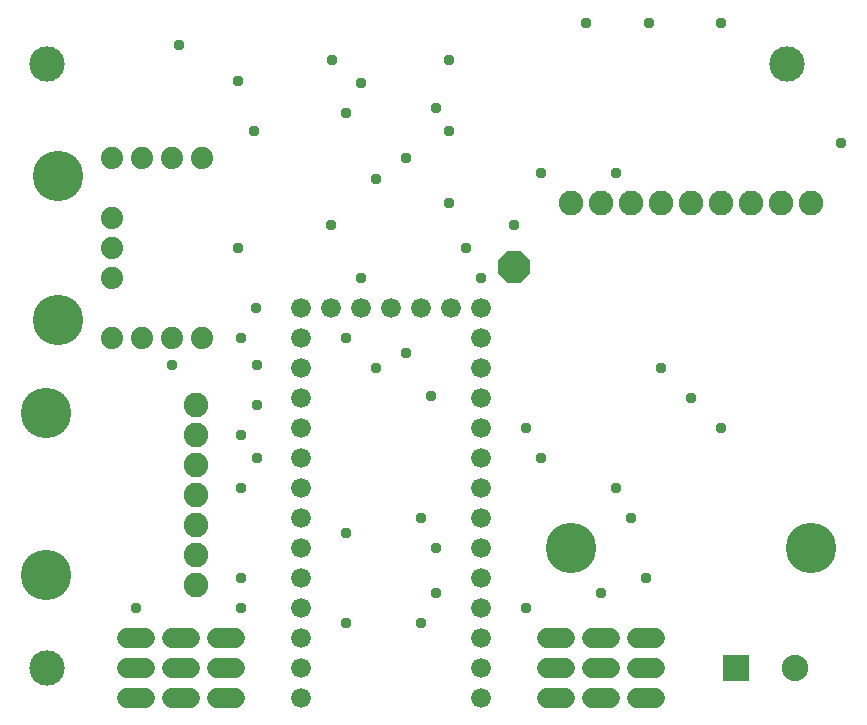
<source format=gbr>
G04 EAGLE Gerber RS-274X export*
G75*
%MOMM*%
%FSLAX34Y34*%
%LPD*%
%INSoldermask Bottom*%
%IPPOS*%
%AMOC8*
5,1,8,0,0,1.08239X$1,22.5*%
G01*
%ADD10C,3.003200*%
%ADD11C,1.727200*%
%ADD12C,1.676400*%
%ADD13C,4.267200*%
%ADD14C,2.082800*%
%ADD15C,1.879600*%
%ADD16P,2.969212X8X22.500000*%
%ADD17R,2.235200X2.235200*%
%ADD18C,2.235200*%
%ADD19C,0.959600*%


D10*
X52070Y562102D03*
X678180Y562102D03*
X52070Y50800D03*
D11*
X474980Y76200D02*
X490220Y76200D01*
X490220Y50800D02*
X474980Y50800D01*
X474980Y25400D02*
X490220Y25400D01*
X513080Y76200D02*
X528320Y76200D01*
X528320Y50800D02*
X513080Y50800D01*
X513080Y25400D02*
X528320Y25400D01*
X134620Y76200D02*
X119380Y76200D01*
X119380Y50800D02*
X134620Y50800D01*
X134620Y25400D02*
X119380Y25400D01*
D12*
X419100Y25400D03*
X419100Y50800D03*
X419100Y76200D03*
X419100Y101600D03*
X419100Y127000D03*
X419100Y152400D03*
X419100Y177800D03*
X419100Y203200D03*
X419100Y228600D03*
X419100Y254000D03*
X419100Y279400D03*
X419100Y304800D03*
X419100Y330200D03*
X419100Y355600D03*
X393700Y355600D03*
X368300Y355600D03*
X342900Y355600D03*
X317500Y355600D03*
X292100Y355600D03*
X266700Y355600D03*
X266700Y330200D03*
X266700Y304800D03*
X266700Y279400D03*
X266700Y254000D03*
X266700Y228600D03*
X266700Y203200D03*
X266700Y177800D03*
X266700Y152400D03*
X266700Y127000D03*
X266700Y101600D03*
X266700Y76200D03*
X266700Y50800D03*
X266700Y25400D03*
D13*
X50800Y129540D03*
X50800Y266700D03*
D14*
X177800Y120650D03*
X177800Y146050D03*
X177800Y171450D03*
X177800Y196850D03*
X177800Y222250D03*
X177800Y247650D03*
X177800Y273050D03*
D13*
X698500Y152400D03*
X495300Y152400D03*
D14*
X698500Y444500D03*
X673100Y444500D03*
X647700Y444500D03*
X622300Y444500D03*
X596900Y444500D03*
X571500Y444500D03*
X546100Y444500D03*
X520700Y444500D03*
X495300Y444500D03*
D13*
X60960Y467360D03*
X60960Y345440D03*
D15*
X106680Y482600D03*
X132080Y482600D03*
X157480Y482600D03*
X182880Y482600D03*
X182880Y330200D03*
X157480Y330200D03*
X132080Y330200D03*
X106680Y330200D03*
X106680Y431800D03*
X106680Y406400D03*
X106680Y381000D03*
D16*
X447040Y389890D03*
D11*
X172720Y76200D02*
X157480Y76200D01*
X157480Y50800D02*
X172720Y50800D01*
X172720Y25400D02*
X157480Y25400D01*
X551180Y76200D02*
X566420Y76200D01*
X566420Y50800D02*
X551180Y50800D01*
X551180Y25400D02*
X566420Y25400D01*
X210820Y76200D02*
X195580Y76200D01*
X195580Y50800D02*
X210820Y50800D01*
X210820Y25400D02*
X195580Y25400D01*
D17*
X635000Y50800D03*
D18*
X685000Y50800D03*
D19*
X293370Y565150D03*
X292100Y425450D03*
X392430Y444500D03*
X163830Y577850D03*
X508000Y596900D03*
X561340Y596900D03*
X622300Y596900D03*
X392430Y565150D03*
X392430Y505460D03*
X215900Y247650D03*
X215900Y203200D03*
X215900Y330200D03*
X229870Y273050D03*
X229870Y228600D03*
X157480Y307340D03*
X229870Y307340D03*
X447040Y425450D03*
X419100Y381000D03*
X317500Y381000D03*
X317500Y546100D03*
X228600Y355600D03*
X227330Y505460D03*
X304800Y330200D03*
X304800Y520700D03*
X355600Y482600D03*
X355600Y317500D03*
X330200Y464820D03*
X330200Y304800D03*
X368300Y88900D03*
X368300Y177800D03*
X520700Y114300D03*
X381000Y114300D03*
X381000Y152400D03*
X215900Y127000D03*
X215900Y101600D03*
X127000Y101600D03*
X213360Y547370D03*
X213360Y406400D03*
X406400Y406400D03*
X469900Y228600D03*
X469900Y469900D03*
X533400Y469900D03*
X533400Y203200D03*
X546100Y177800D03*
X723900Y495300D03*
X596900Y279400D03*
X571500Y304800D03*
X622300Y254000D03*
X457200Y254000D03*
X457200Y101600D03*
X377190Y280670D03*
X381000Y524510D03*
X558800Y127000D03*
X304800Y165100D03*
X304800Y88900D03*
M02*

</source>
